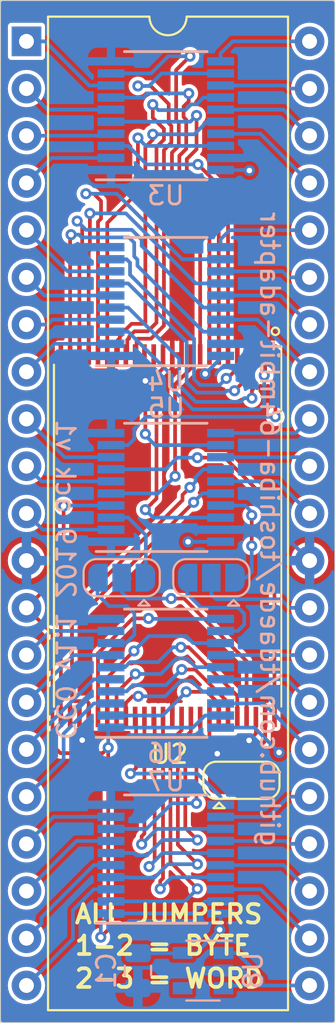
<source format=kicad_pcb>
(kicad_pcb (version 20240108) (generator "pcbnew") (generator_version "8.0")
  (layers (0 "F.Cu" signal) (31 "B.Cu" signal) (34 "B.Paste" user) (35 "F.Paste" user) (36 "B.SilkS" user "B.Silkscreen") (37 "F.SilkS" user "F.Silkscreen") (38 "B.Mask" user) (39 "F.Mask" user) (44 "Edge.Cuts" user))
  (net 0 "")
  (net 1 "/A19")
  (net 2 "/D11")
  (net 3 "/A8")
  (net 4 "/D3")
  (net 5 "/A9")
  (net 6 "/D10")
  (net 7 "/A10")
  (net 8 "/D2")
  (net 9 "/A11")
  (net 10 "/D9")
  (net 11 "/A12")
  (net 12 "/D1")
  (net 13 "/A13")
  (net 14 "/D8")
  (net 15 "/A14")
  (net 16 "/D0")
  (net 17 "/A15")
  (net 18 "/A21")
  (net 19 "/A16")
  (net 20 "GND")
  (net 21 "/A20")
  (net 22 "/E")
  (net 23 "/A0")
  (net 24 "/D15")
  (net 25 "/A1")
  (net 26 "/D7")
  (net 27 "/A2")
  (net 28 "/D14")
  (net 29 "/A3")
  (net 30 "/D6")
  (net 31 "/A4")
  (net 32 "/D13")
  (net 33 "/A5")
  (net 34 "/D5")
  (net 35 "/A6")
  (net 36 "/D12")
  (net 37 "/A7")
  (net 38 "/D4")
  (net 39 "/A17")
  (net 40 "+5V")
  (net 41 "/A18")
  (net 42 "/mad15")
  (net 43 "+3V3")
  (net 44 "/ma-1")
  (net 45 "/md11")
  (net 46 "/md3")
  (net 47 "/md4")
  (net 48 "/md10")
  (net 49 "/md12")
  (net 50 "/md2")
  (net 51 "/md5")
  (net 52 "/md9")
  (net 53 "/md13")
  (net 54 "/md1")
  (net 55 "/md6")
  (net 56 "/md8")
  (net 57 "/md14")
  (net 58 "/md0")
  (net 59 "/md7")
  (net 60 "/me")
  (net 61 "/md15")
  (net 62 "/ma0")
  (net 63 "/ma16")
  (net 64 "/ma1")
  (net 65 "/ma15")
  (net 66 "/ma2")
  (net 67 "/ma14")
  (net 68 "/ma3")
  (net 69 "/ma13")
  (net 70 "/ma4")
  (net 71 "/ma12")
  (net 72 "/ma5")
  (net 73 "/ma11")
  (net 74 "/ma6")
  (net 75 "/ma10")
  (net 76 "/ma7")
  (net 77 "/ma9")
  (net 78 "/ma17")
  (net 79 "/ma8")
  (net 80 "/ma18")
  (net 81 "/ma19")
  (net 82 "/ma21")
  (net 83 "/ma20")
  (net 84 "/A-1")
  (net 85 "/DA15")
  (net 88 "/BYTE")
  (footprint "Package_SO:TSOP-I-48_18.4x12mm_P0.5mm" (layer "F.Cu") (at 118.6 87.6 -90)
    (property "Reference" "U2")
    (property "Value" "W29GL064C")
  )
  (footprint "Package_DIP:DIP-42_W15.24mm" (layer "F.Cu") (at 111 61)
    (property "Reference" "U1" (hide yes))
    (property "Value" "TC5364205")
  )
  (footprint "Jumper:SolderJumper-3_P1.3mm_Open_RoundedPad1.0x1.5mm" (layer "F.Cu") (at 122.57 100.76)
    (property "Reference" "JP3" (hide yes))
    (property "Value" "SolderJumper_3_Open" (hide yes))
  )
  (footprint "Package_SO:TSSOP-20_4.4x6.5mm_P0.65mm" (layer "B.Cu") (at 118.5 65)
    (property "Reference" "U3")
    (property "Value" "74LVC244")
  )
  (footprint "Package_SO:TSSOP-20_4.4x6.5mm_P0.65mm" (layer "B.Cu") (at 118.5 75)
    (property "Reference" "U4")
    (property "Value" "74LVC244")
  )
  (footprint "Package_SO:TSSOP-20_4.4x6.5mm_P0.65mm" (layer "B.Cu") (at 118.5 95)
    (property "Reference" "U6")
    (property "Value" "74LVC244")
  )
  (footprint "Package_SO:TSSOP-20_4.4x6.5mm_P0.65mm" (layer "B.Cu") (at 118.5 105)
    (property "Reference" "U7")
    (property "Value" "74LVC244")
  )
  (footprint "Package_TO_SOT_SMD:SOT-23-5" (layer "B.Cu") (at 120.5 111 180)
    (property "Reference" "U8")
    (property "Value" "TPS73633DBV")
  )
  (footprint "Package_SO:TSSOP-20_4.4x6.5mm_P0.65mm" (layer "B.Cu") (at 118.5 85)
    (property "Reference" "U5")
    (property "Value" "74LVC244")
  )
  (footprint "Capacitor_SMD:C_0805_2012Metric" (layer "B.Cu") (at 117 111 90)
    (property "Reference" "C1")
    (property "Value" "0.1uF")
  )
  (footprint "Jumper:SolderJumper-3_P1.3mm_Open_RoundedPad1.0x1.5mm" (layer "B.Cu") (at 116.125 89.8575 180)
    (property "Reference" "JP1" (hide yes))
    (property "Value" "SolderJumper_3_Open" (hide yes))
  )
  (footprint "Jumper:SolderJumper-3_P1.3mm_Open_RoundedPad1.0x1.5mm" (layer "B.Cu") (at 120.95 89.86 180)
    (property "Reference" "JP2" (hide yes))
    (property "Value" "SolderJumper_3_Open" (hide yes))
  )
  (gr_circle (center 124.4 76.6) (end 124.6 76.6) (stroke (width 0.12)) (fill none) (layer "F.SilkS"))
  (gr_line (start 109.6 113.8) (end 109.6 58.8) (stroke (width 0.05)) (layer "Edge.Cuts"))
  (gr_line (start 127.6 58.8) (end 127.6 113.8) (stroke (width 0.05)) (layer "Edge.Cuts"))
  (gr_line (start 109.6 58.8) (end 127.6 58.8) (stroke (width 0.05)) (layer "Edge.Cuts"))
  (gr_line (start 127.6 113.8) (end 109.6 113.8) (stroke (width 0.05)) (layer "Edge.Cuts"))
  (gr_text "github.com/tdaede/toshiba-64mbit-adapter" (at 124.1 87.25 270) (layer "B.SilkS") (effects (font (size 1 1)) (justify mirror)))
  (gr_text "CC0 v1.1 2019 ack v1" (at 113.09 89.97 270) (layer "B.SilkS") (effects (font (size 1 1)) (justify mirror)))
  (gr_text "2-3 = WORD" (at 113.5 112.01 0) (layer "F.SilkS") (effects (font (size 1 1) (thickness 0.2) (bold yes)) (justify left bottom)))
  (gr_text "ALL JUMPERS" (at 113.5 108.55 0) (layer "F.SilkS") (effects (font (size 1 1) (thickness 0.2) (bold yes)) (justify left bottom)))
  (gr_text "1-2 = BYTE" (at 113.5 110.24 0) (layer "F.SilkS") (effects (font (size 1 1) (thickness 0.2) (bold yes)) (justify left bottom)))
  (segment (start 121.45 61.65) (end 121.45 62.075) (width 0.2) (layer "B.Cu") (net 1))
  (segment (start 122.1 61) (end 121.45 61.65) (width 0.2) (layer "B.Cu") (net 1))
  (segment (start 126.24 61) (end 122.1 61) (width 0.2) (layer "B.Cu") (net 1))
  (segment (start 111 111.8) (end 113.5 109.3) (width 0.2) (layer "B.Cu") (net 2))
  (segment (start 114.625 106.625) (end 115.55 106.625) (width 0.2) (layer "B.Cu") (net 2))
  (segment (start 113.5 109.3) (end 113.5 107.75) (width 0.2) (layer "B.Cu") (net 2))
  (segment (start 113.5 107.75) (end 114.625 106.625) (width 0.2) (layer "B.Cu") (net 2))
  (segment (start 122.375 63.375) (end 121.45 63.375) (width 0.2) (layer "B.Cu") (net 3))
  (segment (start 126.24 63.54) (end 125.10863 63.54) (width 0.2) (layer "B.Cu") (net 3))
  (segment (start 125.10863 63.54) (end 124.94363 63.375) (width 0.2) (layer "B.Cu") (net 3))
  (segment (start 124.94363 63.375) (end 122.375 63.375) (width 0.2) (layer "B.Cu") (net 3))
  (segment (start 111.799999 108.460001) (end 111.799999 108.150001) (width 0.2) (layer "B.Cu") (net 4))
  (segment (start 114.625 105.325) (end 115.55 105.325) (width 0.2) (layer "B.Cu") (net 4))
  (segment (start 111 109.26) (end 111.799999 108.460001) (width 0.2) (layer "B.Cu") (net 4))
  (segment (start 111.799999 108.150001) (end 114.625 105.325) (width 0.2) (layer "B.Cu") (net 4))
  (segment (start 124.835 64.675) (end 121.45 64.675) (width 0.2) (layer "B.Cu") (net 5))
  (segment (start 126.24 66.08) (end 124.835 64.675) (width 0.2) (layer "B.Cu") (net 5))
  (segment (start 111 106.72) (end 113.695 104.025) (width 0.2) (layer "B.Cu") (net 6))
  (segment (start 113.695 104.025) (end 115.55 104.025) (width 0.2) (layer "B.Cu") (net 6))
  (segment (start 126.24 68.62) (end 123.595 65.975) (width 0.2) (layer "B.Cu") (net 7))
  (segment (start 123.595 65.975) (end 121.45 65.975) (width 0.2) (layer "B.Cu") (net 7))
  (segment (start 111 104.18) (end 112.455 102.725) (width 0.2) (layer "B.Cu") (net 8))
  (segment (start 112.455 102.725) (end 115.55 102.725) (width 0.2) (layer "B.Cu") (net 8))
  (segment (start 121.45 71.65) (end 121.45 72.075) (width 0.2) (layer "B.Cu") (net 9))
  (segment (start 121.94 71.16) (end 121.45 71.65) (width 0.2) (layer "B.Cu") (net 9))
  (segment (start 126.24 71.16) (end 121.94 71.16) (width 0.2) (layer "B.Cu") (net 9))
  (segment (start 114.625 96.625) (end 115.55 96.625) (width 0.2) (layer "B.Cu") (net 10))
  (segment (start 111 101.64) (end 113 99.64) (width 0.2) (layer "B.Cu") (net 10))
  (segment (start 113 98.25) (end 114.625 96.625) (width 0.2) (layer "B.Cu") (net 10))
  (segment (start 113 99.64) (end 113 98.25) (width 0.2) (layer "B.Cu") (net 10))
  (segment (start 124.78363 73.375) (end 122.375 73.375) (width 0.2) (layer "B.Cu") (net 11))
  (segment (start 122.375 73.375) (end 121.45 73.375) (width 0.2) (layer "B.Cu") (net 11))
  (segment (start 126.24 73.7) (end 125.10863 73.7) (width 0.2) (layer "B.Cu") (net 11))
  (segment (start 125.10863 73.7) (end 124.78363 73.375) (width 0.2) (layer "B.Cu") (net 11))
  (segment (start 111 98.95) (end 114.625 95.325) (width 0.2) (layer "B.Cu") (net 12))
  (segment (start 114.625 95.325) (end 115.55 95.325) (width 0.2) (layer "B.Cu") (net 12))
  (segment (start 111 99.1) (end 111 98.95) (width 0.2) (layer "B.Cu") (net 12))
  (segment (start 124.675 74.675) (end 121.45 74.675) (width 0.2) (layer "B.Cu") (net 13))
  (segment (start 126.24 76.24) (end 124.675 74.675) (width 0.2) (layer "B.Cu") (net 13))
  (segment (start 111 96.56) (end 113.535 94.025) (width 0.2) (layer "B.Cu") (net 14))
  (segment (start 113.535 94.025) (end 115.55 94.025) (width 0.2) (layer "B.Cu") (net 14))
  (segment (start 123.435 75.975) (end 121.45 75.975) (width 0.2) (layer "B.Cu") (net 15))
  (segment (start 126.24 78.78) (end 123.435 75.975) (width 0.2) (layer "B.Cu") (net 15))
  (segment (start 112.295 92.725) (end 115.55 92.725) (width 0.2) (layer "B.Cu") (net 16))
  (segment (start 111 94.02) (end 112.295 92.725) (width 0.2) (layer "B.Cu") (net 16))
  (segment (start 125.485 82.075) (end 126.24 81.32) (width 0.2) (layer "B.Cu") (net 17))
  (segment (start 121.45 82.075) (end 125.485 82.075) (width 0.2) (layer "B.Cu") (net 17))
  (segment (start 111.875 87.275) (end 115.55 87.275) (width 0.2) (layer "B.Cu") (net 18))
  (segment (start 111 86.4) (end 111.875 87.275) (width 0.2) (layer "B.Cu") (net 18))
  (segment (start 125.755 83.375) (end 126.24 83.86) (width 0.2) (layer "B.Cu") (net 19))
  (segment (start 121.45 83.375) (end 125.755 83.375) (width 0.2) (layer "B.Cu") (net 19))
  (segment (start 113.85 98.45) (end 114 98.6) (width 0.2) (layer "F.Cu") (net 20))
  (segment (start 117.85 77.85) (end 117.85 78.525726) (width 0.2) (layer "F.Cu") (net 20))
  (segment (start 123.35 98.245678) (end 123.35 97.35) (width 0.2) (layer "F.Cu") (net 20))
  (segment (start 117.85 78.525726) (end 117.39999 78.975736) (width 0.2) (layer "F.Cu") (net 20))
  (segment (start 122.984604 98.611074) (end 123.35 98.245678) (width 0.2) (layer "F.Cu") (net 20))
  (segment (start 113.85 97.35) (end 113.85 98.45) (width 0.2) (layer "F.Cu") (net 20))
  (segment (start 117.39999 78.975736) (end 117.39999 79.267999) (width 0.2) (layer "F.Cu") (net 20))
  (segment (start 121.27 100.76) (end 121.27 99.33) (width 0.2) (layer "F.Cu") (net 20))
  (via (at 122.984604 98.611074) (size 0.6) (drill 0.3) (layers "F.Cu" "B.Cu") (net 20))
  (via (at 117.39999 79.267999) (size 0.6) (drill 0.3) (layers "F.Cu" "B.Cu") (net 20))
  (via (at 114 98.6) (size 0.6) (drill 0.3) (layers "F.Cu" "B.Cu") (net 20))
  (via (at 121.27 99.33) (size 0.6) (drill 0.3) (layers "F.Cu" "B.Cu") (net 20))
  (segment (start 121.45 87.275) (end 124.575 87.275) (width 0.2) (layer "B.Cu") (net 20))
  (segment (start 124.575 87.275) (end 126.24 88.94) (width 0.2) (layer "B.Cu") (net 20))
  (segment (start 121.45 67.275) (end 122.565 67.275) (width 0.2) (layer "B.Cu") (net 20))
  (segment (start 114.295 72.075) (end 114.29 72.08) (width 0.2) (layer "B.Cu") (net 20))
  (segment (start 121.45 77.275) (end 122.655 77.275) (width 0.2) (layer "B.Cu") (net 20))
  (segment (start 115.55 72.075) (end 114.295 72.075) (width 0.2) (layer "B.Cu") (net 20))
  (segment (start 115.55 92.075) (end 114.355 92.075) (width 0.2) (layer "B.Cu") (net 20))
  (segment (start 124.515 84.675) (end 126.24 86.4) (width 0.2) (layer "B.Cu") (net 21))
  (segment (start 121.45 84.675) (end 124.515 84.675) (width 0.2) (layer "B.Cu") (net 21))
  (segment (start 112.828001 99.299999) (end 112.4 98.871998) (width 0.2) (layer "F.Cu") (net 22))
  (segment (start 112.4 98.871998) (end 112.4 92.88) (width 0.2) (layer "F.Cu") (net 22))
  (segment (start 113 86) (end 113 89.48) (width 0.2) (layer "F.Cu") (net 22))
  (segment (start 115.4 99) (end 115.100001 99.299999) (width 0.2) (layer "F.Cu") (net 22))
  (segment (start 113 89.48) (end 111 91.48) (width 0.2) (layer "F.Cu") (net 22))
  (segment (start 111.799999 92.279999) (end 111 91.48) (width 0.2) (layer "F.Cu") (net 22))
  (segment (start 115.4 99) (end 115.4 108.8) (width 0.2) (layer "F.Cu") (net 22))
  (segment (start 112.4 92.88) (end 111.799999 92.279999) (width 0.2) (layer "F.Cu") (net 22))
  (segment (start 115.4 108.8) (end 115 109.2) (width 0.2) (layer "F.Cu") (net 22))
  (segment (start 115.100001 99.299999) (end 112.828001 99.299999) (width 0.2) (layer "F.Cu") (net 22))
  (via (at 113 86) (size 0.6) (drill 0.3) (layers "F.Cu" "B.Cu") (net 22))
  (via (at 115 109.2) (size 0.6) (drill 0.3) (layers "F.Cu" "B.Cu") (net 22))
  (via (at 115.4 99) (size 0.6) (drill 0.3) (layers "F.Cu" "B.Cu") (net 22))
  (segment (start 115 108.475) (end 115.55 107.925) (width 0.2) (layer "B.Cu") (net 22))
  (segment (start 115.55 97.925) (end 119.959998 97.925) (width 0.2) (layer "B.Cu") (net 22))
  (segment (start 120.609998 97.275) (end 121.45 97.275) (width 0.2) (layer "B.Cu") (net 22))
  (segment (start 115 109.2) (end 115 108.475) (width 0.2) (layer "B.Cu") (net 22))
  (segment (start 115.55 107.925) (end 119.959998 107.925) (width 0.2) (layer "B.Cu") (net 22))
  (segment (start 113.025 85.975) (end 113 86) (width 0.2) (layer "B.Cu") (net 22))
  (segment (start 115.4 98.075) (end 115.55 97.925) (width 0.2) (layer "B.Cu") (net 22))
  (segment (start 119.959998 107.925) (end 120.609998 107.275) (width 0.2) (layer "B.Cu") (net 22))
  (segment (start 115.55 85.975) (end 113.025 85.975) (width 0.2) (layer "B.Cu") (net 22))
  (segment (start 119.959998 97.925) (end 120.609998 97.275) (width 0.2) (layer "B.Cu") (net 22))
  (segment (start 120.609998 107.275) (end 121.45 107.275) (width 0.2) (layer "B.Cu") (net 22))
  (segment (start 115.4 99) (end 115.4 98.075) (width 0.2) (layer "B.Cu") (net 22))
  (segment (start 111.815 84.675) (end 115.55 84.675) (width 0.2) (layer "B.Cu") (net 23))
  (segment (start 111 83.86) (end 111.815 84.675) (width 0.2) (layer "B.Cu") (net 23))
  (segment (start 121.45 92.725) (end 122.375 92.725) (width 0.2) (layer "B.Cu") (net 24))
  (segment (start 119.65 90.72) (end 119.65 89.86) (width 0.2) (layer "B.Cu") (net 24))
  (segment (start 122.725 91.8) (end 122.395 91.47) (width 0.2) (layer "B.Cu") (net 24))
  (segment (start 120.4 91.47) (end 119.65 90.72) (width 0.2) (layer "B.Cu") (net 24))
  (segment (start 122.395 91.47) (end 120.4 91.47) (width 0.2) (layer "B.Cu") (net 24))
  (segment (start 122.375 92.725) (end 122.725 92.375) (width 0.2) (layer "B.Cu") (net 24))
  (segment (start 122.725 92.375) (end 122.725 91.8) (width 0.2) (layer "B.Cu") (net 24))
  (segment (start 113.055 83.375) (end 115.55 83.375) (width 0.2) (layer "B.Cu") (net 25))
  (segment (start 111 81.32) (end 113.055 83.375) (width 0.2) (layer "B.Cu") (net 25))
  (segment (start 121.455 94.02) (end 121.45 94.025) (width 0.2) (layer "B.Cu") (net 26))
  (segment (start 126.24 94.02) (end 121.455 94.02) (width 0.2) (layer "B.Cu") (net 26))
  (segment (start 111 78.78) (end 112.505 77.275) (width 0.2) (layer "B.Cu") (net 27))
  (segment (start 112.505 77.275) (end 115.55 77.275) (width 0.2) (layer "B.Cu") (net 27))
  (segment (start 125.005 95.325) (end 121.45 95.325) (width 0.2) (layer "B.Cu") (net 28))
  (segment (start 126.24 96.56) (end 125.005 95.325) (width 0.2) (layer "B.Cu") (net 28))
  (segment (start 112.13137 76.24) (end 112.39637 75.975) (width 0.2) (layer "B.Cu") (net 29))
  (segment (start 112.39637 75.975) (end 114.625 75.975) (width 0.2) (layer "B.Cu") (net 29))
  (segment (start 114.625 75.975) (end 115.55 75.975) (width 0.2) (layer "B.Cu") (net 29))
  (segment (start 111 76.24) (end 112.13137 76.24) (width 0.2) (layer "B.Cu") (net 29))
  (segment (start 123.765 96.625) (end 121.45 96.625) (width 0.2) (layer "B.Cu") (net 30))
  (segment (start 126.24 99.1) (end 123.765 96.625) (width 0.2) (layer "B.Cu") (net 30))
  (segment (start 111 73.7) (end 111.975 74.675) (width 0.2) (layer "B.Cu") (net 31))
  (segment (start 111.975 74.675) (end 115.55 74.675) (width 0.2) (layer "B.Cu") (net 31))
  (segment (start 124.02363 102.725) (end 122.375 102.725) (width 0.2) (layer "B.Cu") (net 32))
  (segment (start 125.10863 101.64) (end 124.02363 102.725) (width 0.2) (layer "B.Cu") (net 32))
  (segment (start 122.375 102.725) (end 121.45 102.725) (width 0.2) (layer "B.Cu") (net 32))
  (segment (start 126.24 101.64) (end 125.10863 101.64) (width 0.2) (layer "B.Cu") (net 32))
  (segment (start 113.215 73.375) (end 115.55 73.375) (width 0.2) (layer "B.Cu") (net 33))
  (segment (start 111 71.16) (end 113.215 73.375) (width 0.2) (layer "B.Cu") (net 33))
  (segment (start 124.95363 104.025) (end 122.375 104.025) (width 0.2) (layer "B.Cu") (net 34))
  (segment (start 126.24 104.18) (end 125.10863 104.18) (width 0.2) (layer "B.Cu") (net 34))
  (segment (start 125.10863 104.18) (end 124.95363 104.025) (width 0.2) (layer "B.Cu") (net 34))
  (segment (start 122.375 104.025) (end 121.45 104.025) (width 0.2) (layer "B.Cu") (net 34))
  (segment (start 111 68.62) (end 112.345 67.275) (width 0.2) (layer "B.Cu") (net 35))
  (segment (start 112.345 67.275) (end 115.55 67.275) (width 0.2) (layer "B.Cu") (net 35))
  (segment (start 124.845 105.325) (end 121.45 105.325) (width 0.2) (layer "B.Cu") (net 36))
  (segment (start 126.24 106.72) (end 124.845 105.325) (width 0.2) (layer "B.Cu") (net 36))
  (segment (start 115.445 66.08) (end 115.55 65.975) (width 0.2) (layer "B.Cu") (net 37))
  (segment (start 111 66.08) (end 115.445 66.08) (width 0.2) (layer "B.Cu") (net 37))
  (segment (start 123.605 106.625) (end 121.45 106.625) (width 0.2) (layer "B.Cu") (net 38))
  (segment (start 126.24 109.26) (end 123.605 106.625) (width 0.2) (layer "B.Cu") (net 38))
  (segment (start 111 63.54) (end 112.135 64.675) (width 0.2) (layer "B.Cu") (net 39))
  (segment (start 112.135 64.675) (end 115.55 64.675) (width 0.2) (layer "B.Cu") (net 39))
  (segment (start 126.24 111.8) (end 123.7 111.8) (width 0.2) (layer "B.Cu") (net 40))
  (segment (start 122.33 110.05) (end 121.6 110.05) (width 0.2) (layer "B.Cu") (net 40))
  (segment (start 123.7 111.42) (end 122.33 110.05) (width 0.2) (layer "B.Cu") (net 40))
  (segment (start 121.75 111.8) (end 121.6 111.95) (width 0.2) (layer "B.Cu") (net 40))
  (segment (start 123.7 111.8) (end 123.7 111.42) (width 0.2) (layer "B.Cu") (net 40))
  (segment (start 123.7 111.8) (end 121.75 111.8) (width 0.2) (layer "B.Cu") (net 40))
  (segment (start 112 61) (end 114.375 63.375) (width 0.2) (layer "B.Cu") (net 41))
  (segment (start 114.625 63.375) (end 115.55 63.375) (width 0.2) (layer "B.Cu") (net 41))
  (segment (start 114.375 63.375) (end 114.625 63.375) (width 0.2) (layer "B.Cu") (net 41))
  (segment (start 111 61) (end 112 61) (width 0.2) (layer "B.Cu") (net 41))
  (segment (start 119.48 90.98) (end 122.85 94.35) (width 0.2) (layer "F.Cu") (net 42))
  (segment (start 122.85 94.35) (end 122.85 97.35) (width 0.2) (layer "F.Cu") (net 42))
  (segment (start 118.79 90.98) (end 119.48 90.98) (width 0.2) (layer "F.Cu") (net 42))
  (via (at 118.79 90.98) (size 0.6) (drill 0.3) (layers "F.Cu" "B.Cu") (net 42))
  (segment (start 116.47 90.98) (end 116.125 90.635) (width 0.2) (layer "B.Cu") (net 42))
  (segment (start 116.125 90.635) (end 116.125 89.8575) (width 0.2) (layer "B.Cu") (net 42))
  (segment (start 118.79 90.98) (end 116.47 90.98) (width 0.2) (layer "B.Cu") (net 42))
  (segment (start 116.575 89.9075) (end 116.475 90.0075) (width 0.2) (layer "B.Cu") (net 42))
  (segment (start 118.85 97.35) (end 118.85 96.48) (width 0.2) (layer "F.Cu") (net 43))
  (via (at 124.6 99.26) (size 0.6) (drill 0.3) (layers "F.Cu" "B.Cu") (net 43))
  (via (at 119.7 87.925) (size 0.6) (drill 0.3) (layers "F.Cu" "B.Cu") (net 43))
  (via (at 123 67.95) (size 0.6) (drill 0.3) (layers "F.Cu" "B.Cu") (net 43))
  (via (at 121.4 108.8) (size 0.6) (drill 0.3) (layers "F.Cu" "B.Cu") (net 43))
  (via (at 120.621612 78.889196) (size 0.6) (drill 0.3) (layers "F.Cu" "B.Cu") (net 43))
  (segment (start 121.45 87.925) (end 119.7 87.925) (width 0.2) (layer "B.Cu") (net 43))
  (segment (start 123.265 97.925) (end 121.45 97.925) (width 0.2) (layer "B.Cu") (net 43))
  (segment (start 122.975 67.925) (end 123 67.95) (width 0.2) (layer "B.Cu") (net 43))
  (segment (start 121.45 108.73) (end 121.45 108.75) (width 0.2) (layer "B.Cu") (net 43))
  (segment (start 119.3875 110.0625) (end 119.4 110.05) (width 0.2) (layer "B.Cu") (net 43))
  (segment (start 121.45 78.060808) (end 120.621612 78.889196) (width 0.2) (layer "B.Cu") (net 43))
  (segment (start 121.45 108.75) (end 121.4 108.8) (width 0.2) (layer "B.Cu") (net 43))
  (segment (start 121.45 108.35) (end 121.45 107.925) (width 0.2) (layer "B.Cu") (net 43))
  (segment (start 120.13 110.05) (end 121.45 108.73) (width 0.2) (layer "B.Cu") (net 43))
  (segment (start 119.4 110.05) (end 120.13 110.05) (width 0.2) (layer "B.Cu") (net 43))
  (segment (start 121.45 108.73) (end 121.45 108.35) (width 0.2) (layer "B.Cu") (net 43))
  (segment (start 124.6 99.26) (end 123.265 97.925) (width 0.2) (layer "B.Cu") (net 43))
  (segment (start 121.45 77.925) (end 121.45 78.060808) (width 0.2) (layer "B.Cu") (net 43))
  (segment (start 121.45 67.925) (end 122.975 67.925) (width 0.2) (layer "B.Cu") (net 43))
  (segment (start 117 110.0625) (end 119.3875 110.0625) (width 0.2) (layer "B.Cu") (net 43))
  (segment (start 117.425 87.575) (end 116.475 86.625) (width 0.2) (layer "B.Cu") (net 44))
  (segment (start 117.425 89.8575) (end 117.425 87.575) (width 0.2) (layer "B.Cu") (net 44))
  (segment (start 116.475 86.625) (end 115.55 86.625) (width 0.2) (layer "B.Cu") (net 44))
  (segment (start 118.35 98.1) (end 118.35 97.35) (width 0.2) (layer "F.Cu") (net 45))
  (segment (start 118.2 106.175736) (end 118.35 106.025736) (width 0.2) (layer "F.Cu") (net 45))
  (segment (start 118.2 106.6) (end 118.2 106.175736) (width 0.2) (layer "F.Cu") (net 45))
  (segment (start 118.35 106.025736) (end 118.35 98.1) (width 0.2) (layer "F.Cu") (net 45))
  (via (at 118.2 106.6) (size 0.6) (drill 0.3) (layers "F.Cu" "B.Cu") (net 45))
  (segment (start 118.825 105.975) (end 118.2 106.6) (width 0.2) (layer "B.Cu") (net 45))
  (segment (start 121.45 105.975) (end 118.825 105.975) (width 0.2) (layer "B.Cu") (net 45))
  (segment (start 117.6 105.4) (end 117.899999 105.100001) (width 0.2) (layer "F.Cu") (net 46))
  (segment (start 117.899999 105.100001) (end 117.899999 97.399999) (width 0.2) (layer "F.Cu") (net 46))
  (segment (start 117.899999 97.399999) (end 117.85 97.35) (width 0.2) (layer "F.Cu") (net 46))
  (via (at 117.6 105.4) (size 0.6) (drill 0.3) (layers "F.Cu" "B.Cu") (net 46))
  (segment (start 118.325 104.675) (end 117.6 105.4) (width 0.2) (layer "B.Cu") (net 46))
  (segment (start 121.45 104.675) (end 118.325 104.675) (width 0.2) (layer "B.Cu") (net 46))
  (segment (start 118.750011 98.664991) (end 118.750011 105.150011) (width 0.2) (layer "F.Cu") (net 47))
  (segment (start 119.35 97.35) (end 119.35 98.065002) (width 0.2) (layer "F.Cu") (net 47))
  (segment (start 119.35 98.065002) (end 118.750011 98.664991) (width 0.2) (layer "F.Cu") (net 47))
  (segment (start 119.900001 106.300001) (end 120.2 106.6) (width 0.2) (layer "F.Cu") (net 47))
  (segment (start 118.750011 105.150011) (end 119.900001 106.300001) (width 0.2) (layer "F.Cu") (net 47))
  (via (at 120.2 106.6) (size 0.6) (drill 0.3) (layers "F.Cu" "B.Cu") (net 47))
  (segment (start 119.525 107.275) (end 119.900001 106.899999) (width 0.2) (layer "B.Cu") (net 47))
  (segment (start 119.900001 106.899999) (end 120.2 106.6) (width 0.2) (layer "B.Cu") (net 47))
  (segment (start 115.55 107.275) (end 119.525 107.275) (width 0.2) (layer "B.Cu") (net 47))
  (segment (start 117.35 98.1) (end 117.35 97.35) (width 0.2) (layer "F.Cu") (net 48))
  (segment (start 117.2 104.2) (end 117.2 103.775736) (width 0.2) (layer "F.Cu") (net 48))
  (segment (start 117.2 103.775736) (end 117.35 103.625736) (width 0.2) (layer "F.Cu") (net 48))
  (segment (start 117.35 103.625736) (end 117.35 98.1) (width 0.2) (layer "F.Cu") (net 48))
  (via (at 117.2 104.2) (size 0.6) (drill 0.3) (layers "F.Cu" "B.Cu") (net 48))
  (segment (start 118.025 103.375) (end 117.2 104.2) (width 0.2) (layer "B.Cu") (net 48))
  (segment (start 121.45 103.375) (end 118.025 103.375) (width 0.2) (layer "B.Cu") (net 48))
  (segment (start 119.150022 104.225042) (end 119.899991 104.975011) (width 0.2) (layer "F.Cu") (net 49))
  (segment (start 119.150022 98.83068) (end 119.150022 104.225042) (width 0.2) (layer "F.Cu") (net 49))
  (segment (start 119.899991 104.975011) (end 120.19999 105.27501) (width 0.2) (layer "F.Cu") (net 49))
  (segment (start 119.85 98.130702) (end 119.150022 98.83068) (width 0.2) (layer "F.Cu") (net 49))
  (segment (start 119.85 97.35) (end 119.85 98.130702) (width 0.2) (layer "F.Cu") (net 49))
  (via (at 120.19999 105.27501) (size 0.6) (drill 0.3) (layers "F.Cu" "B.Cu") (net 49))
  (segment (start 116.500002 106.000002) (end 117.888002 106.000002) (width 0.2) (layer "B.Cu") (net 49))
  (segment (start 118.612994 105.27501) (end 119.775726 105.27501) (width 0.2) (layer "B.Cu") (net 49))
  (segment (start 117.888002 106.000002) (end 118.612994 105.27501) (width 0.2) (layer "B.Cu") (net 49))
  (segment (start 115.55 105.975) (end 116.475 105.975) (width 0.2) (layer "B.Cu") (net 49))
  (segment (start 119.775726 105.27501) (end 120.19999 105.27501) (width 0.2) (layer "B.Cu") (net 49))
  (segment (start 116.475 105.975) (end 116.500002 106.000002) (width 0.2) (layer "B.Cu") (net 49))
  (segment (start 116.899999 100.100001) (end 116.899999 97.399999) (width 0.2) (layer "F.Cu") (net 50))
  (segment (start 116.899999 97.399999) (end 116.85 97.35) (width 0.2) (layer "F.Cu") (net 50))
  (segment (start 116.6 100.4) (end 116.899999 100.100001) (width 0.2) (layer "F.Cu") (net 50))
  (via (at 116.6 100.4) (size 0.6) (drill 0.3) (layers "F.Cu" "B.Cu") (net 50))
  (segment (start 121.45 101.65) (end 120.2 100.4) (width 0.2) (layer "B.Cu") (net 50))
  (segment (start 120.2 100.4) (end 116.6 100.4) (width 0.2) (layer "B.Cu") (net 50))
  (segment (start 121.45 102.075) (end 121.45 101.65) (width 0.2) (layer "B.Cu") (net 50))
  (segment (start 119.550033 103.325043) (end 119.900001 103.675011) (width 0.2) (layer "F.Cu") (net 51))
  (segment (start 120.35 98.196402) (end 119.550033 98.996369) (width 0.2) (layer "F.Cu") (net 51))
  (segment (start 119.900001 103.675011) (end 120.2 103.97501) (width 0.2) (layer "F.Cu") (net 51))
  (segment (start 119.550033 98.996369) (end 119.550033 103.325043) (width 0.2) (layer "F.Cu") (net 51))
  (segment (start 120.35 97.35) (end 120.35 98.196402) (width 0.2) (layer "F.Cu") (net 51))
  (via (at 120.2 103.97501) (size 0.6) (drill 0.3) (layers "F.Cu" "B.Cu") (net 51))
  (segment (start 116.911998 104.800002) (end 117.488002 104.800002) (width 0.2) (layer "B.Cu") (net 51))
  (segment (start 116.786996 104.675) (end 116.911998 104.800002) (width 0.2) (layer "B.Cu") (net 51))
  (segment (start 117.488002 104.800002) (end 118.312994 103.97501) (width 0.2) (layer "B.Cu") (net 51))
  (segment (start 115.55 104.675) (end 116.786996 104.675) (width 0.2) (layer "B.Cu") (net 51))
  (segment (start 119.775736 103.97501) (end 120.2 103.97501) (width 0.2) (layer "B.Cu") (net 51))
  (segment (start 118.312994 103.97501) (end 119.775736 103.97501) (width 0.2) (layer "B.Cu") (net 51))
  (segment (start 116.710804 96.239196) (end 117.018407 96.239196) (width 0.2) (layer "F.Cu") (net 52))
  (segment (start 116.35 97.35) (end 116.35 96.6) (width 0.2) (layer "F.Cu") (net 52))
  (segment (start 116.35 96.6) (end 116.710804 96.239196) (width 0.2) (layer "F.Cu") (net 52))
  (via (at 117.018407 96.239196) (size 0.6) (drill 0.3) (layers "F.Cu" "B.Cu") (net 52))
  (segment (start 118.472772 96.239196) (end 117.442671 96.239196) (width 0.2) (layer "B.Cu") (net 52))
  (segment (start 120.463032 95.975) (end 119.888002 95.39997) (width 0.2) (layer "B.Cu") (net 52))
  (segment (start 119.888002 95.39997) (end 119.311998 95.39997) (width 0.2) (layer "B.Cu") (net 52))
  (segment (start 121.45 95.975) (end 120.463032 95.975) (width 0.2) (layer "B.Cu") (net 52))
  (segment (start 117.442671 96.239196) (end 117.018407 96.239196) (width 0.2) (layer "B.Cu") (net 52))
  (segment (start 119.311998 95.39997) (end 118.472772 96.239196) (width 0.2) (layer "B.Cu") (net 52))
  (segment (start 120.85 98.42) (end 120.85 97.35) (width 0.2) (layer "F.Cu") (net 53))
  (segment (start 120.150033 99.119967) (end 120.85 98.42) (width 0.2) (layer "F.Cu") (net 53))
  (segment (start 120.150033 102) (end 120.150033 99.119967) (width 0.2) (layer "F.Cu") (net 53))
  (via (at 120.150033 102) (size 0.6) (drill 0.3) (layers "F.Cu" "B.Cu") (net 53))
  (segment (start 118.8343 102) (end 117.4593 103.375) (width 0.2) (layer "B.Cu") (net 53))
  (segment (start 120.150033 102) (end 118.8343 102) (width 0.2) (layer "B.Cu") (net 53))
  (segment (start 117.4593 103.375) (end 115.55 103.375) (width 0.2) (layer "B.Cu") (net 53))
  (segment (start 115.85 97.35) (end 115.85 96.051622) (width 0.2) (layer "F.Cu") (net 54))
  (segment (start 115.85 96.051622) (end 116.562439 95.339183) (width 0.2) (layer "F.Cu") (net 54))
  (segment (start 116.562439 95.339183) (end 116.862438 95.039184) (width 0.2) (layer "F.Cu") (net 54))
  (via (at 116.862438 95.039184) (size 0.6) (drill 0.3) (layers "F.Cu" "B.Cu") (net 54))
  (segment (start 119.068492 94.199962) (end 118.22927 95.039184) (width 0.2) (layer "B.Cu") (net 54))
  (segment (start 121.45 94.675) (end 120.119534 94.675) (width 0.2) (layer "B.Cu") (net 54))
  (segment (start 119.644496 94.199962) (end 119.068492 94.199962) (width 0.2) (layer "B.Cu") (net 54))
  (segment (start 117.286702 95.039184) (end 116.862438 95.039184) (width 0.2) (layer "B.Cu") (net 54))
  (segment (start 120.119534 94.675) (end 119.644496 94.199962) (width 0.2) (layer "B.Cu") (net 54))
  (segment (start 118.22927 95.039184) (end 117.286702 95.039184) (width 0.2) (layer "B.Cu") (net 54))
  (segment (start 120.715036 96.000034) (end 120.024264 96.000034) (width 0.2) (layer "F.Cu") (net 55))
  (segment (start 120.024264 96.000034) (end 119.6 96.000034) (width 0.2) (layer "F.Cu") (net 55))
  (segment (start 121.35 96.634998) (end 120.715036 96.000034) (width 0.2) (layer "F.Cu") (net 55))
  (segment (start 121.35 97.35) (end 121.35 96.634998) (width 0.2) (layer "F.Cu") (net 55))
  (via (at 119.6 96.000034) (size 0.6) (drill 0.3) (layers "F.Cu" "B.Cu") (net 55))
  (segment (start 119.300001 96.300033) (end 119.6 96.000034) (width 0.2) (layer "B.Cu") (net 55))
  (segment (start 115.55 97.275) (end 118.325034 97.275) (width 0.2) (layer "B.Cu") (net 55))
  (segment (start 118.325034 97.275) (end 119.300001 96.300033) (width 0.2) (layer "B.Cu") (net 55))
  (segment (start 116.48877 94.099977) (end 116.788769 93.799978) (width 0.2) (layer "F.Cu") (net 56))
  (segment (start 115.35 95.238747) (end 116.48877 94.099977) (width 0.2) (layer "F.Cu") (net 56))
  (segment (start 115.35 97.35) (end 115.35 95.238747) (width 0.2) (layer "F.Cu") (net 56))
  (via (at 116.788769 93.799978) (size 0.6) (drill 0.3) (layers "F.Cu" "B.Cu") (net 56))
  (segment (start 121.45 93.375) (end 119.974469 93.375) (width 0.2) (layer "B.Cu") (net 56))
  (segment (start 119.974469 93.375) (end 119.599419 92.99995) (width 0.2) (layer "B.Cu") (net 56))
  (segment (start 117.588797 92.99995) (end 117.088768 93.499979) (width 0.2) (layer "B.Cu") (net 56))
  (segment (start 119.599419 92.99995) (end 117.588797 92.99995) (width 0.2) (layer "B.Cu") (net 56))
  (segment (start 117.088768 93.499979) (end 116.788769 93.799978) (width 0.2) (layer "B.Cu") (net 56))
  (segment (start 121.85 97.35) (end 121.85 96.569298) (width 0.2) (layer "F.Cu") (net 57))
  (segment (start 119.780758 94.799964) (end 119.356494 94.799964) (width 0.2) (layer "F.Cu") (net 57))
  (segment (start 121.85 96.569298) (end 120.080666 94.799964) (width 0.2) (layer "F.Cu") (net 57))
  (segment (start 120.080666 94.799964) (end 119.780758 94.799964) (width 0.2) (layer "F.Cu") (net 57))
  (via (at 119.356494 94.799964) (size 0.6) (drill 0.3) (layers "F.Cu" "B.Cu") (net 57))
  (segment (start 116.390002 95.975) (end 116.725816 95.639186) (width 0.2) (layer "B.Cu") (net 57))
  (segment (start 119.346308 94.799964) (end 119.356494 94.799964) (width 0.2) (layer "B.Cu") (net 57))
  (segment (start 115.55 95.975) (end 116.390002 95.975) (width 0.2) (layer "B.Cu") (net 57))
  (segment (start 116.725816 95.639186) (end 118.507086 95.639186) (width 0.2) (layer "B.Cu") (net 57))
  (segment (start 118.507086 95.639186) (end 119.346308 94.799964) (width 0.2) (layer "B.Cu") (net 57))
  (segment (start 116.725519 92.05) (end 114.85 93.925519) (width 0.2) (layer "F.Cu") (net 58))
  (segment (start 114.85 93.925519) (end 114.85 97.35) (width 0.2) (layer "F.Cu") (net 58))
  (segment (start 117.57 92.05) (end 116.725519 92.05) (width 0.2) (layer "F.Cu") (net 58))
  (via (at 117.57 92.05) (size 0.6) (drill 0.3) (layers "F.Cu" "B.Cu") (net 58))
  (segment (start 117.595 92.075) (end 121.45 92.075) (width 0.2) (layer "B.Cu") (net 58))
  (segment (start 117.57 92.05) (end 117.595 92.075) (width 0.2) (layer "B.Cu") (net 58))
  (segment (start 122.35 96.214271) (end 119.735681 93.599952) (width 0.2) (layer "F.Cu") (net 59))
  (segment (start 122.35 97.35) (end 122.35 96.214271) (width 0.2) (layer "F.Cu") (net 59))
  (segment (start 119.735681 93.599952) (end 119.311417 93.599952) (width 0.2) (layer "F.Cu") (net 59))
  (via (at 119.311417 93.599952) (size 0.6) (drill 0.3) (layers "F.Cu" "B.Cu") (net 59))
  (segment (start 118.087126 94.399979) (end 118.887153 93.599952) (width 0.2) (layer "B.Cu") (net 59))
  (segment (start 116.575001 94.399979) (end 118.087126 94.399979) (width 0.2) (layer "B.Cu") (net 59))
  (segment (start 118.887153 93.599952) (end 119.311417 93.599952) (width 0.2) (layer "B.Cu") (net 59))
  (segment (start 115.55 94.675) (end 116.29998 94.675) (width 0.2) (layer "B.Cu") (net 59))
  (segment (start 116.29998 94.675) (end 116.575001 94.399979) (width 0.2) (layer "B.Cu") (net 59))
  (segment (start 113.450001 92.349999) (end 120 85.8) (width 0.2) (layer "F.Cu") (net 60))
  (segment (start 113.35 97.35) (end 113.35 96.6) (width 0.2) (layer "F.Cu") (net 60))
  (segment (start 114.249999 96.499999) (end 114.35 96.6) (width 0.2) (layer "F.Cu") (net 60))
  (segment (start 113.35 96.6) (end 113.450001 96.499999) (width 0.2) (layer "F.Cu") (net 60))
  (segment (start 113.450001 96.499999) (end 113.450001 92.349999) (width 0.2) (layer "F.Cu") (net 60))
  (segment (start 113.450001 96.499999) (end 114.249999 96.499999) (width 0.2) (layer "F.Cu") (net 60))
  (segment (start 114.35 96.6) (end 114.35 97.35) (width 0.2) (layer "F.Cu") (net 60))
  (via (at 120 85.8) (size 0.6) (drill 0.3) (layers "F.Cu" "B.Cu") (net 60))
  (segment (start 120 85.8) (end 120.475 85.325) (width 0.2) (layer "B.Cu") (net 60))
  (segment (start 120.475 85.325) (end 121.45 85.325) (width 0.2) (layer "B.Cu") (net 60))
  (segment (start 114.825 90.7625) (end 114.825 89.8575) (width 0.2) (layer "B.Cu") (net 61))
  (segment (start 116.81 91.785) (end 116.415 91.39) (width 0.2) (layer "B.Cu") (net 61))
  (segment (start 116.81 92.930218) (end 116.81 91.785) (width 0.2) (layer "B.Cu") (net 61))
  (segment (start 115.55 93.375) (end 116.365218 93.375) (width 0.2) (layer "B.Cu") (net 61))
  (segment (start 115.4525 91.39) (end 114.825 90.7625) (width 0.2) (layer "B.Cu") (net 61))
  (segment (start 116.365218 93.375) (end 116.81 92.930218) (width 0.2) (layer "B.Cu") (net 61))
  (segment (start 116.415 91.39) (end 115.4525 91.39) (width 0.2) (layer "B.Cu") (net 61))
  (segment (start 119.399998 85.688006) (end 119.399998 85.400002) (width 0.2) (layer "F.Cu") (net 62))
  (segment (start 112.85 97.35) (end 112.85 92.238004) (width 0.2) (layer "F.Cu") (net 62))
  (segment (start 119.399998 85.400002) (end 119.500001 85.299999) (width 0.2) (layer "F.Cu") (net 62))
  (segment (start 119.500001 85.299999) (end 119.8 85) (width 0.2) (layer "F.Cu") (net 62))
  (segment (start 112.85 92.238004) (end 119.399998 85.688006) (width 0.2) (layer "F.Cu") (net 62))
  (via (at 119.8 85) (size 0.6) (drill 0.3) (layers "F.Cu" "B.Cu") (net 62))
  (segment (start 120.525 84.025) (end 121.45 84.025) (width 0.2) (layer "B.Cu") (net 62))
  (segment (start 120.099999 84.450001) (end 120.525 84.025) (width 0.2) (layer "B.Cu") (net 62))
  (segment (start 120.099999 84.700001) (end 120.099999 84.450001) (width 0.2) (layer "B.Cu") (net 62))
  (segment (start 119.8 85) (end 120.099999 84.700001) (width 0.2) (layer "B.Cu") (net 62))
  (segment (start 120.2 83.4) (end 121.675 83.4) (width 0.2) (layer "F.Cu") (net 63))
  (segment (start 124.35 86.075) (end 124.35 97.35) (width 0.2) (layer "F.Cu") (net 63))
  (segment (start 121.675 83.4) (end 124.35 86.075) (width 0.2) (layer "F.Cu") (net 63))
  (via (at 120.2 83.4) (size 0.6) (drill 0.3) (layers "F.Cu" "B.Cu") (net 63))
  (segment (start 118.486996 84.025) (end 119.111996 83.4) (width 0.2) (layer "B.Cu") (net 63))
  (segment (start 119.111996 83.4) (end 119.775736 83.4) (width 0.2) (layer "B.Cu") (net 63))
  (segment (start 119.775736 83.4) (end 120.2 83.4) (width 0.2) (layer "B.Cu") (net 63))
  (segment (start 115.55 84.025) (end 118.486996 84.025) (width 0.2) (layer "B.Cu") (net 63))
  (segment (start 117.4 80.265166) (end 117.4 81.8) (width 0.2) (layer "F.Cu") (net 64))
  (segment (start 117.4 81.8) (end 117.4 82.12499) (width 0.2) (layer "F.Cu") (net 64))
  (segment (start 112.924999 77.85) (end 112.924999 78.640001) (width 0.2) (layer "F.Cu") (net 64))
  (segment (start 112.85 77.85) (end 112.924999 77.85) (width 0.2) (layer "F.Cu") (net 64))
  (segment (start 112.984999 78.700001) (end 115.834835 78.700001) (width 0.2) (layer "F.Cu") (net 64))
  (segment (start 115.834835 78.700001) (end 117.4 80.265166) (width 0.2) (layer "F.Cu") (net 64))
  (segment (start 112.924999 78.640001) (end 112.984999 78.700001) (width 0.2) (layer "F.Cu") (net 64))
  (via (at 117.4 82.12499) (size 0.6) (drill 0.3) (layers "F.Cu" "B.Cu") (net 64))
  (segment (start 117.925 82.725) (end 117.4 82.2) (width 0.2) (layer "B.Cu") (net 64))
  (segment (start 117.4 82.2) (end 117.4 82.12499) (width 0.2) (layer "B.Cu") (net 64))
  (segment (start 121.45 82.725) (end 117.925 82.725) (width 0.2) (layer "B.Cu") (net 64))
  (segment (start 124.4 77.9) (end 124.35 77.85) (width 0.2) (layer "F.Cu") (net 65))
  (segment (start 124.4 81.2) (end 124.4 77.9) (width 0.2) (layer "F.Cu") (net 65))
  (via (at 124.4 81.2) (size 0.6) (drill 0.3) (layers "F.Cu" "B.Cu") (net 65))
  (segment (start 116.799999 81.836989) (end 117.436988 81.2) (width 0.2) (layer "B.Cu") (net 65))
  (segment (start 115.55 82.725) (end 116.475 82.725) (width 0.2) (layer "B.Cu") (net 65))
  (segment (start 116.475 82.725) (end 116.787009 82.412991) (width 0.2) (layer "B.Cu") (net 65))
  (segment (start 117.436988 81.2) (end 124.4 81.2) (width 0.2) (layer "B.Cu") (net 65))
  (segment (start 116.799999 82.412991) (end 116.799999 81.836989) (width 0.2) (layer "B.Cu") (net 65))
  (segment (start 116.787009 82.412991) (end 116.799999 82.412991) (width 0.2) (layer "B.Cu") (net 65))
  (segment (start 113.35 77.85) (end 113.35 71.45) (width 0.2) (layer "F.Cu") (net 66))
  (segment (start 113.35 71.45) (end 113.4 71.4) (width 0.2) (layer "F.Cu") (net 66))
  (via (at 113.4 71.4) (size 0.6) (drill 0.3) (layers "F.Cu" "B.Cu") (net 66))
  (segment (start 116.975012 72.74431) (end 116.8 72.569298) (width 0.2) (layer "B.Cu") (net 66))
  (segment (start 116.515001 71.549999) (end 113.974263 71.549999) (width 0.2) (layer "B.Cu") (net 66))
  (segment (start 116.8 72.569298) (end 116.8 71.834998) (width 0.2) (layer "B.Cu") (net 66))
  (segment (start 116.8 71.834998) (end 116.515001 71.549999) (width 0.2) (layer "B.Cu") (net 66))
  (segment (start 121.45 76.625) (end 120.525 76.625) (width 0.2) (layer "B.Cu") (net 66))
  (segment (start 113.824264 71.4) (end 113.4 71.4) (width 0.2) (layer "B.Cu") (net 66))
  (segment (start 120.525 76.625) (end 116.975012 73.075012) (width 0.2) (layer "B.Cu") (net 66))
  (segment (start 116.975012 73.075012) (end 116.975012 72.74431) (width 0.2) (layer "B.Cu") (net 66))
  (segment (start 113.974263 71.549999) (end 113.824264 71.4) (width 0.2) (layer "B.Cu") (net 66))
  (segment (start 123.85 77.85) (end 123.85 78.920968) (width 0.2) (layer "F.Cu") (net 67))
  (segment (start 123.85 78.920968) (end 123.79999 78.970978) (width 0.2) (layer "F.Cu") (net 67))
  (via (at 123.79999 78.970978) (size 0.6) (drill 0.3) (layers "F.Cu" "B.Cu") (net 67))
  (segment (start 116.475 76.625) (end 118.821577 78.971577) (width 0.2) (layer "B.Cu") (net 67))
  (segment (start 123.537614 80.8) (end 123.79999 80.537624) (width 0.2) (layer "B.Cu") (net 67))
  (segment (start 119.947312 80.8) (end 123.537614 80.8) (width 0.2) (layer "B.Cu") (net 67))
  (segment (start 123.79999 80.537624) (end 123.79999 79.395242) (width 0.2) (layer "B.Cu") (net 67))
  (segment (start 118.821577 78.971577) (end 118.821577 79.674265) (width 0.2) (layer "B.Cu") (net 67))
  (segment (start 118.821577 79.674265) (end 119.947312 80.8) (width 0.2) (layer "B.Cu") (net 67))
  (segment (start 123.79999 79.395242) (end 123.79999 78.970978) (width 0.2) (layer "B.Cu") (net 67))
  (segment (start 115.55 76.625) (end 116.475 76.625) (width 0.2) (layer "B.Cu") (net 67))
  (segment (start 113.85 77.85) (end 113.85 72.238002) (width 0.2) (layer "F.Cu") (net 68))
  (segment (start 114.000001 70.941291) (end 113.729873 70.671163) (width 0.2) (layer "F.Cu") (net 68))
  (segment (start 113.85 72.238002) (end 114.000001 72.088001) (width 0.2) (layer "F.Cu") (net 68))
  (segment (start 114.000001 72.088001) (end 114.000001 70.941291) (width 0.2) (layer "F.Cu") (net 68))
  (via (at 113.729873 70.671163) (size 0.6) (drill 0.3) (layers "F.Cu" "B.Cu") (net 68))
  (segment (start 116.671743 71.141041) (end 114.199751 71.141041) (width 0.2) (layer "B.Cu") (net 68))
  (segment (start 114.029872 70.971162) (end 113.729873 70.671163) (width 0.2) (layer "B.Cu") (net 68))
  (segment (start 121.45 75.325) (end 120.525 75.325) (width 0.2) (layer "B.Cu") (net 68))
  (segment (start 117.200011 72.000011) (end 117.200011 71.669309) (width 0.2) (layer "B.Cu") (net 68))
  (segment (start 117.200011 71.669309) (end 116.671743 71.141041) (width 0.2) (layer "B.Cu") (net 68))
  (segment (start 120.525 75.325) (end 117.200011 72.000011) (width 0.2) (layer "B.Cu") (net 68))
  (segment (start 114.199751 71.141041) (end 114.029872 70.971162) (width 0.2) (layer "B.Cu") (net 68))
  (segment (start 123.135965 79.775726) (end 123.135965 80.19999) (width 0.2) (layer "F.Cu") (net 69))
  (segment (start 123.35 77.85) (end 123.35 78.532966) (width 0.2) (layer "F.Cu") (net 69))
  (segment (start 123.199989 79.711702) (end 123.135965 79.775726) (width 0.2) (layer "F.Cu") (net 69))
  (segment (start 123.35 78.532966) (end 123.199989 78.682977) (width 0.2) (layer "F.Cu") (net 69))
  (segment (start 123.199989 78.682977) (end 123.199989 79.711702) (width 0.2) (layer "F.Cu") (net 69))
  (via (at 123.135965 80.19999) (size 0.6) (drill 0.3) (layers "F.Cu" "B.Cu") (net 69))
  (segment (start 119.221588 79.508576) (end 120.113001 80.399989) (width 0.2) (layer "B.Cu") (net 69))
  (segment (start 122.511702 80.399989) (end 122.711701 80.19999) (width 0.2) (layer "B.Cu") (net 69))
  (segment (start 119.221588 78.071588) (end 119.221588 79.508576) (width 0.2) (layer "B.Cu") (net 69))
  (segment (start 120.113001 80.399989) (end 122.511702 80.399989) (width 0.2) (layer "B.Cu") (net 69))
  (segment (start 122.711701 80.19999) (end 123.135965 80.19999) (width 0.2) (layer "B.Cu") (net 69))
  (segment (start 115.55 75.325) (end 116.475 75.325) (width 0.2) (layer "B.Cu") (net 69))
  (segment (start 116.475 75.325) (end 119.221588 78.071588) (width 0.2) (layer "B.Cu") (net 69))
  (segment (start 114.413258 70.67949) (end 114.413258 70.255226) (width 0.2) (layer "F.Cu") (net 70))
  (segment (start 114.35 77.85) (end 114.35 72.303702) (width 0.2) (layer "F.Cu") (net 70))
  (segment (start 114.413258 72.240444) (end 114.413258 70.67949) (width 0.2) (layer "F.Cu") (net 70))
  (segment (start 114.35 72.303702) (end 114.413258 72.240444) (width 0.2) (layer "F.Cu") (net 70))
  (via (at 114.413258 70.255226) (size 0.6) (drill 0.3) (layers "F.Cu" "B.Cu") (net 70))
  (segment (start 121.45 74.025) (end 120.121402 74.025) (width 0.2) (layer "B.Cu") (net 70))
  (segment (start 116.351628 70.255226) (end 114.837522 70.255226) (width 0.2) (layer "B.Cu") (net 70))
  (segment (start 114.837522 70.255226) (end 114.413258 70.255226) (width 0.2) (layer "B.Cu") (net 70))
  (segment (start 120.121402 74.025) (end 116.351628 70.255226) (width 0.2) (layer "B.Cu") (net 70))
  (segment (start 122.799978 77.900022) (end 122.799978 79.200001) (width 0.2) (layer "F.Cu") (net 71))
  (segment (start 122.499999 79.49998) (end 122.2 79.799979) (width 0.2) (layer "F.Cu") (net 71))
  (segment (start 122.85 77.85) (end 122.799978 77.900022) (width 0.2) (layer "F.Cu") (net 71))
  (segment (start 122.799978 79.200001) (end 122.499999 79.49998) (width 0.2) (layer "F.Cu") (net 71))
  (via (at 122.2 79.799979) (size 0.6) (drill 0.3) (layers "F.Cu" "B.Cu") (net 71))
  (segment (start 115.55 74.025) (end 116.475 74.025) (width 0.2) (layer "B.Cu") (net 71))
  (segment (start 119.621599 77.171599) (end 119.621599 79.342887) (width 0.2) (layer "B.Cu") (net 71))
  (segment (start 121.6757 79.900015) (end 121.775736 79.799979) (width 0.2) (layer "B.Cu") (net 71))
  (segment (start 121.775736 79.799979) (end 122.2 79.799979) (width 0.2) (layer "B.Cu") (net 71))
  (segment (start 120.178727 79.900015) (end 121.6757 79.900015) (width 0.2) (layer "B.Cu") (net 71))
  (segment (start 116.475 74.025) (end 119.621599 77.171599) (width 0.2) (layer "B.Cu") (net 71))
  (segment (start 119.621599 79.342887) (end 120.178727 79.900015) (width 0.2) (layer "B.Cu") (net 71))
  (segment (start 115.01326 69.588996) (end 114.624264 69.2) (width 0.2) (layer "F.Cu") (net 72))
  (segment (start 115.01326 70.543228) (end 115.01326 69.588996) (width 0.2) (layer "F.Cu") (net 72))
  (segment (start 114.85 70.706488) (end 115.01326 70.543228) (width 0.2) (layer "F.Cu") (net 72))
  (segment (start 114.85 77.85) (end 114.85 70.706488) (width 0.2) (layer "F.Cu") (net 72))
  (segment (start 114.624264 69.2) (end 114.2 69.2) (width 0.2) (layer "F.Cu") (net 72))
  (via (at 114.2 69.2) (size 0.6) (drill 0.3) (layers "F.Cu" "B.Cu") (net 72))
  (segment (start 119.387102 72.725) (end 115.862102 69.2) (width 0.2) (layer "B.Cu") (net 72))
  (segment (start 121.45 72.725) (end 119.387102 72.725) (width 0.2) (layer "B.Cu") (net 72))
  (segment (start 115.862102 69.2) (end 114.624264 69.2) (width 0.2) (layer "B.Cu") (net 72))
  (segment (start 114.624264 69.2) (end 114.2 69.2) (width 0.2) (layer "B.Cu") (net 72))
  (segment (start 122.35 77.85) (end 122.35 78.6) (width 0.2) (layer "F.Cu") (net 73))
  (segment (start 122.35 78.6) (end 121.815664 79.134336) (width 0.2) (layer "F.Cu") (net 73))
  (segment (start 121.815664 79.134336) (end 121.756222 79.134336) (width 0.2) (layer "F.Cu") (net 73))
  (via (at 121.756222 79.134336) (size 0.6) (drill 0.3) (layers "F.Cu" "B.Cu") (net 73))
  (segment (start 121.456223 79.434335) (end 121.756222 79.134336) (width 0.2) (layer "B.Cu") (net 73))
  (segment (start 120.02161 77.005911) (end 120.02161 79.177198) (width 0.2) (layer "B.Cu") (net 73))
  (segment (start 115.55 72.725) (end 116.390002 72.725) (width 0.2) (layer "B.Cu") (net 73))
  (segment (start 116.575001 72.909999) (end 116.575001 73.559302) (width 0.2) (layer "B.Cu") (net 73))
  (segment (start 116.390002 72.725) (end 116.575001 72.909999) (width 0.2) (layer "B.Cu") (net 73))
  (segment (start 120.02161 79.177198) (end 120.33361 79.489198) (width 0.2) (layer "B.Cu") (net 73))
  (segment (start 121.40136 79.489198) (end 121.456223 79.434335) (width 0.2) (layer "B.Cu") (net 73))
  (segment (start 120.33361 79.489198) (end 121.40136 79.489198) (width 0.2) (layer "B.Cu") (net 73))
  (segment (start 116.575001 73.559302) (end 120.02161 77.005911) (width 0.2) (layer "B.Cu") (net 73))
  (segment (start 115.35 70.772188) (end 115.35 77.1) (width 0.2) (layer "F.Cu") (net 74))
  (segment (start 117 69.122188) (end 115.35 70.772188) (width 0.2) (layer "F.Cu") (net 74))
  (segment (start 117 66.2) (end 117 69.122188) (width 0.2) (layer "F.Cu") (net 74))
  (segment (start 115.35 77.1) (end 115.35 77.85) (width 0.2) (layer "F.Cu") (net 74))
  (via (at 117 66.2) (size 0.6) (drill 0.3) (layers "F.Cu" "B.Cu") (net 74))
  (segment (start 121.45 66.625) (end 117.425 66.625) (width 0.2) (layer "B.Cu") (net 74))
  (segment (start 117.425 66.625) (end 117 66.2) (width 0.2) (layer "B.Cu") (net 74))
  (segment (start 120.531064 67.922283) (end 120.231065 67.622284) (width 0.2) (layer "F.Cu") (net 75))
  (segment (start 121.85 77.85) (end 121.85 69.241219) (width 0.2) (layer "F.Cu") (net 75))
  (segment (start 121.85 69.241219) (end 120.531064 67.922283) (width 0.2) (layer "F.Cu") (net 75))
  (via (at 120.231065 67.622284) (size 0.6) (drill 0.3) (layers "F.Cu" "B.Cu") (net 75))
  (segment (start 119.806801 67.622284) (end 120.231065 67.622284) (width 0.2) (layer "B.Cu") (net 75))
  (segment (start 117.472284 67.622284) (end 119.806801 67.622284) (width 0.2) (layer "B.Cu") (net 75))
  (segment (start 116.475 66.625) (end 117.472284 67.622284) (width 0.2) (layer "B.Cu") (net 75))
  (segment (start 115.55 66.625) (end 116.475 66.625) (width 0.2) (layer "B.Cu") (net 75))
  (segment (start 115.85 77.85) (end 115.924999 77.775001) (width 0.2) (layer "F.Cu") (net 76))
  (segment (start 115.984999 76.999999) (end 116.024989 76.999999) (width 0.2) (layer "F.Cu") (net 76))
  (segment (start 116.124979 76.79432) (end 116.124979 76.728621) (width 0.2) (layer "F.Cu") (net 76))
  (segment (start 116.024989 76.999999) (end 116.024989 76.89431) (width 0.2) (layer "F.Cu") (net 76))
  (segment (start 115.924999 77.775001) (end 115.924999 77.059999) (width 0.2) (layer "F.Cu") (net 76))
  (segment (start 117.4 66.688002) (end 117.799996 66.288006) (width 0.2) (layer "F.Cu") (net 76))
  (segment (start 117.799996 66.288006) (end 117.799996 66) (width 0.2) (layer "F.Cu") (net 76))
  (segment (start 117.368625 76.199979) (end 117.4 76.168604) (width 0.2) (layer "F.Cu") (net 76))
  (segment (start 116.024989 76.89431) (end 116.124979 76.79432) (width 0.2) (layer "F.Cu") (net 76))
  (segment (start 115.924999 77.059999) (end 115.984999 76.999999) (width 0.2) (layer "F.Cu") (net 76))
  (segment (start 116.124979 76.728621) (end 116.653621 76.199979) (width 0.2) (layer "F.Cu") (net 76))
  (segment (start 117.4 76.168604) (end 117.4 66.688002) (width 0.2) (layer "F.Cu") (net 76))
  (segment (start 116.653621 76.199979) (end 117.368625 76.199979) (width 0.2) (layer "F.Cu") (net 76))
  (via (at 117.799996 66) (size 0.6) (drill 0.3) (layers "F.Cu" "B.Cu") (net 76))
  (segment (start 120.711545 65.325) (end 120.036545 66) (width 0.2) (layer "B.Cu") (net 76))
  (segment (start 120.036545 66) (end 118.22426 66) (width 0.2) (layer "B.Cu") (net 76))
  (segment (start 118.22426 66) (end 117.799996 66) (width 0.2) (layer "B.Cu") (net 76))
  (segment (start 121.45 65.325) (end 120.711545 65.325) (width 0.2) (layer "B.Cu") (net 76))
  (segment (start 120.155879 66.809466) (end 120.155879 65.413251) (width 0.2) (layer "F.Cu") (net 77))
  (segment (start 119.631063 67.334282) (end 120.155879 66.809466) (width 0.2) (layer "F.Cu") (net 77))
  (segment (start 120.155879 65.413251) (end 120.155879 64.988987) (width 0.2) (layer "F.Cu") (net 77))
  (segment (start 121.35 69.629223) (end 119.631063 67.910286) (width 0.2) (layer "F.Cu") (net 77))
  (segment (start 121.35 77.85) (end 121.35 69.629223) (width 0.2) (layer "F.Cu") (net 77))
  (segment (start 119.631063 67.910286) (end 119.631063 67.334282) (width 0.2) (layer "F.Cu") (net 77))
  (via (at 120.155879 64.988987) (size 0.6) (drill 0.3) (layers "F.Cu" "B.Cu") (net 77))
  (segment (start 115.55 65.325) (end 119.819866 65.325) (width 0.2) (layer "B.Cu") (net 77))
  (segment (start 119.85588 65.288986) (end 120.155879 64.988987) (width 0.2) (layer "B.Cu") (net 77))
  (segment (start 119.819866 65.325) (end 119.85588 65.288986) (width 0.2) (layer "B.Cu") (net 77))
  (segment (start 118.400006 65.711998) (end 117.8 65.111992) (width 0.2) (layer "F.Cu") (net 78))
  (segment (start 118 76.134302) (end 118 66.688008) (width 0.2) (layer "F.Cu") (net 78))
  (segment (start 116.524989 76.999999) (end 116.524989 76.89431) (width 0.2) (layer "F.Cu") (net 78))
  (segment (start 118 66.688008) (end 118.400006 66.288002) (width 0.2) (layer "F.Cu") (net 78))
  (segment (start 117.8 64.824264) (end 117.8 64.4) (width 0.2) (layer "F.Cu") (net 78))
  (segment (start 116.424999 77.775001) (end 116.424999 77.059999) (width 0.2) (layer "F.Cu") (net 78))
  (segment (start 117.8 65.111992) (end 117.8 64.824264) (width 0.2) (layer "F.Cu") (net 78))
  (segment (start 116.81931 76.599989) (end 117.534313 76.599989) (width 0.2) (layer "F.Cu") (net 78))
  (segment (start 116.524989 76.89431) (end 116.81931 76.599989) (width 0.2) (layer "F.Cu") (net 78))
  (segment (start 116.484999 76.999999) (end 116.524989 76.999999) (width 0.2) (layer "F.Cu") (net 78))
  (segment (start 118.400006 66.288002) (end 118.400006 65.711998) (width 0.2) (layer "F.Cu") (net 78))
  (segment (start 116.35 77.85) (end 116.424999 77.775001) (width 0.2) (layer "F.Cu") (net 78))
  (segment (start 117.534313 76.599989) (end 118 76.134302) (width 0.2) (layer "F.Cu") (net 78))
  (segment (start 116.424999 77.059999) (end 116.484999 76.999999) (width 0.2) (layer "F.Cu") (net 78))
  (via (at 117.8 64.4) (size 0.6) (drill 0.3) (layers "F.Cu" "B.Cu") (net 78))
  (segment (start 119.867878 64.388986) (end 119.556865 64.699999) (width 0.2) (layer "B.Cu") (net 78))
  (segment (start 118.099999 64.699999) (end 117.8 64.4) (width 0.2) (layer "B.Cu") (net 78))
  (segment (start 120.525 64.025) (end 120.161014 64.388986) (width 0.2) (layer "B.Cu") (net 78))
  (segment (start 119.556865 64.699999) (end 118.099999 64.699999) (width 0.2) (layer "B.Cu") (net 78))
  (segment (start 121.45 64.025) (end 120.525 64.025) (width 0.2) (layer "B.Cu") (net 78))
  (segment (start 120.161014 64.388986) (end 119.867878 64.388986) (width 0.2) (layer "B.Cu") (net 78))
  (segment (start 120.85 77.85) (end 120.85 69.694923) (width 0.2) (layer "F.Cu") (net 79))
  (segment (start 119.457459 65.072354) (end 119.457459 64.506383) (width 0.2) (layer "F.Cu") (net 79))
  (segment (start 119.600036 66.785069) (end 119.600036 65.214931) (width 0.2) (layer "F.Cu") (net 79))
  (segment (start 120.85 69.694923) (end 119.231052 68.075975) (width 0.2) (layer "F.Cu") (net 79))
  (segment (start 119.231052 67.154052) (end 119.600036 66.785069) (width 0.2) (layer "F.Cu") (net 79))
  (segment (start 119.600036 65.214931) (end 119.457459 65.072354) (width 0.2) (layer "F.Cu") (net 79))
  (segment (start 119.231052 68.075975) (end 119.231052 67.154052) (width 0.2) (layer "F.Cu") (net 79))
  (segment (start 119.457459 64.506383) (end 119.73591 64.227932) (width 0.2) (layer "F.Cu") (net 79))
  (segment (start 119.73591 64.227932) (end 119.73591 63.803668) (width 0.2) (layer "F.Cu") (net 79))
  (via (at 119.73591 63.803668) (size 0.6) (drill 0.3) (layers "F.Cu" "B.Cu") (net 79))
  (segment (start 119.307976 63.799998) (end 119.311646 63.803668) (width 0.2) (layer "B.Cu") (net 79))
  (segment (start 119.311646 63.803668) (end 119.73591 63.803668) (width 0.2) (layer "B.Cu") (net 79))
  (segment (start 115.55 64.025) (end 117.286996 64.025) (width 0.2) (layer "B.Cu") (net 79))
  (segment (start 117.286996 64.025) (end 117.511998 63.799998) (width 0.2) (layer "B.Cu") (net 79))
  (segment (start 117.511998 63.799998) (end 119.307976 63.799998) (width 0.2) (layer "B.Cu") (net 79))
  (segment (start 117.700001 76.999999) (end 118.4 76.3) (width 0.2) (layer "F.Cu") (net 80))
  (segment (start 118.4 76.3) (end 118.4 66.853705) (width 0.2) (layer "F.Cu") (net 80))
  (segment (start 118.4 66.853705) (end 118.800014 66.453691) (width 0.2) (layer "F.Cu") (net 80))
  (segment (start 116.924999 77.775001) (end 116.924999 77.059999) (width 0.2) (layer "F.Cu") (net 80))
  (segment (start 118.800014 66.453691) (end 118.800014 65.546309) (width 0.2) (layer "F.Cu") (net 80))
  (segment (start 116.984999 76.999999) (end 117.700001 76.999999) (width 0.2) (layer "F.Cu") (net 80))
  (segment (start 118.657437 64.369435) (end 117.688002 63.4) (width 0.2) (layer "F.Cu") (net 80))
  (segment (start 118.800014 65.546309) (end 118.657437 65.403732) (width 0.2) (layer "F.Cu") (net 80))
  (segment (start 117.688002 63.4) (end 117.424264 63.4) (width 0.2) (layer "F.Cu") (net 80))
  (segment (start 117.424264 63.4) (end 117 63.4) (width 0.2) (layer "F.Cu") (net 80))
  (segment (start 116.85 77.85) (end 116.924999 77.775001) (width 0.2) (layer "F.Cu") (net 80))
  (segment (start 116.924999 77.059999) (end 116.984999 76.999999) (width 0.2) (layer "F.Cu") (net 80))
  (segment (start 118.657437 65.403732) (end 118.657437 64.369435) (width 0.2) (layer "F.Cu") (net 80))
  (via (at 117 63.4) (size 0.6) (drill 0.3) (layers "F.Cu" "B.Cu") (net 80))
  (segment (start 117.424277 63.399987) (end 117.424264 63.4) (width 0.2) (layer "B.Cu") (net 80))
  (segment (start 118.275 62.725) (end 117.600013 63.399987) (width 0.2) (layer "B.Cu") (net 80))
  (segment (start 117.424264 63.4) (end 117 63.4) (width 0.2) (layer "B.Cu") (net 80))
  (segment (start 121.45 62.725) (end 118.275 62.725) (width 0.2) (layer "B.Cu") (net 80))
  (segment (start 117.600013 63.399987) (end 117.424277 63.399987) (width 0.2) (layer "B.Cu") (net 80))
  (segment (start 120.35 69.760623) (end 118.831041 68.241664) (width 0.2) (layer "F.Cu") (net 81))
  (segment (start 119.057448 62.542552) (end 119.500001 62.099999) (width 0.2) (layer "F.Cu") (net 81))
  (segment (start 119.500001 62.099999) (end 119.8 61.8) (width 0.2) (layer "F.Cu") (net 81))
  (segment (start 120.35 77.85) (end 120.35 69.760623) (width 0.2) (layer "F.Cu") (net 81))
  (segment (start 118.831041 68.241664) (end 118.831041 66.988363) (width 0.2) (layer "F.Cu") (net 81))
  (segment (start 119.200025 65.38062) (end 119.057448 65.238043) (width 0.2) (layer "F.Cu") (net 81))
  (segment (start 118.831041 66.988363) (end 119.200025 66.61938) (width 0.2) (layer "F.Cu") (net 81))
  (segment (start 119.200025 66.61938) (end 119.200025 65.38062) (width 0.2) (layer "F.Cu") (net 81))
  (segment (start 119.057448 65.238043) (end 119.057448 62.542552) (width 0.2) (layer "F.Cu") (net 81))
  (via (at 119.8 61.8) (size 0.6) (drill 0.3) (layers "F.Cu" "B.Cu") (net 81))
  (segment (start 119.375736 61.8) (end 119.8 61.8) (width 0.2) (layer "B.Cu") (net 81))
  (segment (start 115.55 62.725) (end 117.7093 62.725) (width 0.2) (layer "B.Cu") (net 81))
  (segment (start 117.7093 62.725) (end 118.6343 61.8) (width 0.2) (layer "B.Cu") (net 81))
  (segment (start 118.6343 61.8) (end 119.375736 61.8) (width 0.2) (layer "B.Cu") (net 81))
  (segment (start 118 78.95) (end 118 85.6) (width 0.2) (layer "F.Cu") (net 82))
  (segment (start 117.699999 85.900001) (end 117.4 86.2) (width 0.2) (layer "F.Cu") (net 82))
  (segment (start 118 85.6) (end 117.699999 85.900001) (width 0.2) (layer "F.Cu") (net 82))
  (segment (start 118.35 77.85) (end 118.35 78.6) (width 0.2) (layer "F.Cu") (net 82))
  (segment (start 118.35 78.6) (end 118 78.95) (width 0.2) (layer "F.Cu") (net 82))
  (via (at 117.4 86.2) (size 0.6) (drill 0.3) (layers "F.Cu" "B.Cu") (net 82))
  (segment (start 117.699999 86.499999) (end 117.4 86.2) (width 0.2) (layer "B.Cu") (net 82))
  (segment (start 121.45 86.625) (end 117.825 86.625) (width 0.2) (layer "B.Cu") (net 82))
  (segment (start 117.825 86.625) (end 117.699999 86.499999) (width 0.2) (layer "B.Cu") (net 82))
  (segment (start 119 83.973602) (end 119.002134 83.975736) (width 0.2) (layer "F.Cu") (net 83))
  (segment (start 119.85 78.6) (end 119 79.45) (width 0.2) (layer "F.Cu") (net 83))
  (segment (start 119.002134 83.975736) (end 119.002134 84.4) (width 0.2) (layer "F.Cu") (net 83))
  (segment (start 119.85 77.85) (end 119.85 78.6) (width 0.2) (layer "F.Cu") (net 83))
  (segment (start 119 79.45) (end 119 83.973602) (width 0.2) (layer "F.Cu") (net 83))
  (via (at 119.002134 84.4) (size 0.6) (drill 0.3) (layers "F.Cu" "B.Cu") (net 83))
  (segment (start 115.55 85.325) (end 118.077134 85.325) (width 0.2) (layer "B.Cu") (net 83))
  (segment (start 118.702135 84.699999) (end 119.002134 84.4) (width 0.2) (layer "B.Cu") (net 83))
  (segment (start 118.077134 85.325) (end 118.702135 84.699999) (width 0.2) (layer "B.Cu") (net 83))
  (segment (start 123.125 88.15) (end 123.125 86.5) (width 0.2) (layer "F.Cu") (net 84))
  (via (at 123.125 88.15) (size 0.6) (drill 0.3) (layers "F.Cu" "B.Cu") (net 84))
  (via (at 123.125 86.5) (size 0.6) (drill 0.3) (layers "F.Cu" "B.Cu") (net 84))
  (segment (start 123.125 86.325) (end 123.125 86.5) (width 0.2) (layer "B.Cu") (net 84))
  (segment (start 122.25 89.86) (end 122.82 89.86) (width 0.2) (layer "B.Cu") (net 84))
  (segment (start 123.125 89.555) (end 123.125 88.15) (width 0.2) (layer "B.Cu") (net 84))
  (segment (start 122.82 89.86) (end 123.125 89.555) (width 0.2) (layer "B.Cu") (net 84))
  (segment (start 121.45 85.975) (end 122.775 85.975) (width 0.2) (layer "B.Cu") (net 84))
  (segment (start 122.775 85.975) (end 123.125 86.325) (width 0.2) (layer "B.Cu") (net 84))
  (segment (start 126.24 91.48) (end 125.15 91.48) (width 0.2) (layer "B.Cu") (net 85))
  (segment (start 121.22 91.02) (end 124.69 91.02) (width 0.2) (layer "B.Cu") (net 85))
  (segment (start 120.95 89.86) (end 120.95 90.75) (width 0.2) (layer "B.Cu") (net 85))
  (segment (start 124.69 91.02) (end 125.15 91.48) (width 0.2) (layer "B.Cu") (net 85))
  (segment (start 126.24 91.48) (end 125.91 91.15) (width 0.2) (layer "B.Cu") (net 85))
  (segment (start 120.95 90.75) (end 121.22 91.02) (width 0.2) (layer "B.Cu") (net 85))
  (segment (start 123.85 98.65) (end 122.57 99.93) (width 0.2) (layer "F.Cu") (net 88))
  (segment (start 123.85 97.35) (end 123.85 98.65) (width 0.2) (layer "F.Cu") (net 88))
  (segment (start 122.57 99.93) (end 122.57 100.76) (width 0.2) (layer "F.Cu") (net 88))
  (zone (net 43) (net_name "+3V3") (layer "F.Cu") (connect_pads (clearance 0.16)) (min_thickness 0.16) (fill yes (thermal_gap 0.2) (thermal_bridge_width 0.508))
    (polygon (pts (xy 109.6 58.8) (xy 127.6 58.8) (xy 127.6 113.8) (xy 109.6 113.8)))
  )
  (zone (net 20) (net_name "GND") (layer "B.Cu") (connect_pads (clearance 0.16)) (min_thickness 0.16) (fill yes (thermal_gap 0.508) (thermal_bridge_width 0.508))
    (polygon (pts (xy 109.6 113.8) (xy 127.6 113.8) (xy 127.6 58.8) (xy 109.6 58.8)))
  )
)
</source>
